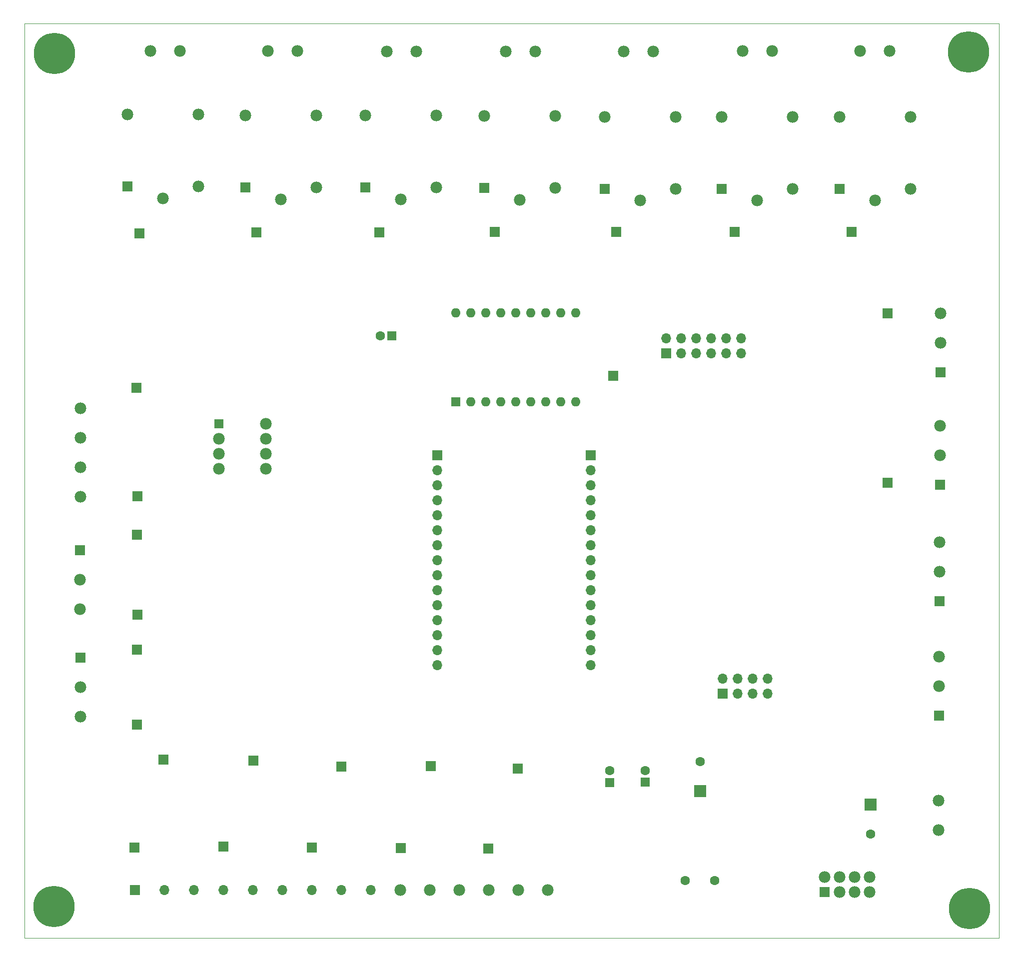
<source format=gbr>
%TF.GenerationSoftware,KiCad,Pcbnew,(6.0.7)*%
%TF.CreationDate,2022-10-24T15:17:36-03:00*%
%TF.ProjectId,PCB_Prototipo_Proyecto_Final,5043425f-5072-46f7-946f-7469706f5f50,rev?*%
%TF.SameCoordinates,PX7e4946aPYc6a19c0*%
%TF.FileFunction,Copper,L1,Top*%
%TF.FilePolarity,Positive*%
%FSLAX46Y46*%
G04 Gerber Fmt 4.6, Leading zero omitted, Abs format (unit mm)*
G04 Created by KiCad (PCBNEW (6.0.7)) date 2022-10-24 15:17:36*
%MOMM*%
%LPD*%
G01*
G04 APERTURE LIST*
%TA.AperFunction,Profile*%
%ADD10C,0.100000*%
%TD*%
%TA.AperFunction,ComponentPad*%
%ADD11R,1.700000X1.700000*%
%TD*%
%TA.AperFunction,ComponentPad*%
%ADD12C,1.980000*%
%TD*%
%TA.AperFunction,ComponentPad*%
%ADD13R,2.000000X2.000000*%
%TD*%
%TA.AperFunction,ComponentPad*%
%ADD14C,1.600000*%
%TD*%
%TA.AperFunction,ComponentPad*%
%ADD15C,7.000000*%
%TD*%
%TA.AperFunction,ComponentPad*%
%ADD16R,1.600000X1.600000*%
%TD*%
%TA.AperFunction,ComponentPad*%
%ADD17O,1.700000X1.700000*%
%TD*%
%TA.AperFunction,ComponentPad*%
%ADD18O,1.600000X1.600000*%
%TD*%
G04 APERTURE END LIST*
D10*
X0Y0D02*
X165100000Y0D01*
X165100000Y0D02*
X165100000Y154940000D01*
X165100000Y154940000D02*
X0Y154940000D01*
X0Y154940000D02*
X0Y0D01*
D11*
%TO.P,K5,A1*%
%TO.N,+5V*%
X118100000Y126900000D03*
D12*
%TO.P,K5,A2*%
%TO.N,Net-(D6-Pad2)*%
X130100000Y126900000D03*
%TO.P,K5,COM*%
%TO.N,Net-(J16-Pad2)*%
X124100000Y124900000D03*
%TO.P,K5,NC*%
%TO.N,unconnected-(K5-PadNC)*%
X118100000Y139100000D03*
%TO.P,K5,NO*%
%TO.N,Net-(J16-Pad1)*%
X130100000Y139100000D03*
%TD*%
D11*
%TO.P,J6,1,Pin_1*%
%TO.N,+3.3V*%
X154999286Y57010000D03*
D12*
%TO.P,J6,2,Pin_2*%
%TO.N,/Entradas/SensorTDS*%
X154999286Y62010000D03*
%TO.P,J6,3,Pin_3*%
%TO.N,GND*%
X154999286Y67010000D03*
%TD*%
D11*
%TO.P,J23,1,Pin_1*%
%TO.N,+3.3V*%
X68829286Y29130000D03*
%TD*%
D13*
%TO.P,C15,1*%
%TO.N,+5V*%
X114474286Y24854823D03*
D14*
%TO.P,C15,2*%
%TO.N,GND*%
X114474286Y29854823D03*
%TD*%
D12*
%TO.P,J16,1,Pin_1*%
%TO.N,Net-(J16-Pad1)*%
X126639286Y150270000D03*
%TO.P,J16,2,Pin_2*%
%TO.N,Net-(J16-Pad2)*%
X121639286Y150270000D03*
%TD*%
D15*
%TO.P,,1*%
%TO.N,N/C*%
X5080000Y149860000D03*
%TD*%
D11*
%TO.P,J33,1,Pin_1*%
%TO.N,GND*%
X120309286Y119634000D03*
%TD*%
%TO.P,J46,1,Pin_1*%
%TO.N,GND*%
X146200000Y105800000D03*
%TD*%
%TO.P,J40,1,Pin_1*%
%TO.N,GND*%
X18629286Y15330000D03*
%TD*%
D16*
%TO.P,C18,1*%
%TO.N,+3.3V*%
X99139286Y26289775D03*
D14*
%TO.P,C18,2*%
%TO.N,GND*%
X99139286Y28289775D03*
%TD*%
D15*
%TO.P,,1*%
%TO.N,N/C*%
X5000000Y5300000D03*
%TD*%
D16*
%TO.P,IC1,1,OFF_SET_N1*%
%TO.N,unconnected-(IC1-Pad1)*%
X32909286Y87070000D03*
D12*
%TO.P,IC1,2,IN-*%
%TO.N,Net-(IC1-Pad2)*%
X32909286Y84530000D03*
%TO.P,IC1,3,IN+*%
%TO.N,Net-(IC1-Pad3)*%
X32909286Y81990000D03*
%TO.P,IC1,4,VCC-*%
%TO.N,GND*%
X32909286Y79450000D03*
%TO.P,IC1,5,OFFSET_N2*%
%TO.N,unconnected-(IC1-Pad5)*%
X40849286Y79450000D03*
%TO.P,IC1,6,OUT*%
%TO.N,Net-(IC1-Pad2)*%
X40849286Y81990000D03*
%TO.P,IC1,7,VCC+*%
%TO.N,+5V*%
X40849286Y84530000D03*
%TO.P,IC1,8,NC*%
%TO.N,unconnected-(IC1-Pad8)*%
X40849286Y87070000D03*
%TD*%
D11*
%TO.P,K1,A1*%
%TO.N,+5V*%
X77900000Y127012500D03*
D12*
%TO.P,K1,A2*%
%TO.N,Net-(D2-Pad2)*%
X89900000Y127012500D03*
%TO.P,K1,COM*%
%TO.N,Net-(J12-Pad2)*%
X83900000Y125012500D03*
%TO.P,K1,NC*%
%TO.N,unconnected-(K1-PadNC)*%
X77900000Y139212500D03*
%TO.P,K1,NO*%
%TO.N,Net-(J12-Pad1)*%
X89900000Y139212500D03*
%TD*%
D11*
%TO.P,J32,1,Pin_1*%
%TO.N,GND*%
X60049286Y119530000D03*
%TD*%
D13*
%TO.P,C14,1*%
%TO.N,/Fuentes/VIN_24V*%
X143339286Y22567677D03*
D14*
%TO.P,C14,2*%
%TO.N,GND*%
X143339286Y17567677D03*
%TD*%
D11*
%TO.P,J34,1,Pin_1*%
%TO.N,GND*%
X99700000Y95200000D03*
%TD*%
%TO.P,K2,A1*%
%TO.N,+5V*%
X17400000Y127312500D03*
D12*
%TO.P,K2,A2*%
%TO.N,Net-(D3-Pad2)*%
X29400000Y127312500D03*
%TO.P,K2,COM*%
%TO.N,Net-(J13-Pad2)*%
X23400000Y125312500D03*
%TO.P,K2,NC*%
%TO.N,unconnected-(K2-PadNC)*%
X17400000Y139512500D03*
%TO.P,K2,NO*%
%TO.N,Net-(J13-Pad1)*%
X29400000Y139512500D03*
%TD*%
D11*
%TO.P,J29,1,Pin_1*%
%TO.N,+3.3V*%
X18979286Y48810000D03*
%TD*%
%TO.P,J19,1,Pin_1*%
%TO.N,+3.3V*%
X18963286Y93218000D03*
%TD*%
%TO.P,J10,1,Pin_1*%
%TO.N,GND*%
X18649286Y8120000D03*
D17*
%TO.P,J10,2,Pin_2*%
%TO.N,/Entradas/SensorNivel_5*%
X23649286Y8120000D03*
%TO.P,J10,3,Pin_3*%
%TO.N,+5V*%
X28649286Y8120000D03*
%TO.P,J10,4,Pin_4*%
%TO.N,GND*%
X33649286Y8120000D03*
%TO.P,J10,5,Pin_5*%
%TO.N,/Entradas/SensorNivel_4*%
X38649286Y8120000D03*
%TO.P,J10,6,Pin_6*%
%TO.N,+5V*%
X43649286Y8120000D03*
%TO.P,J10,7,Pin_7*%
%TO.N,GND*%
X48649286Y8120000D03*
%TO.P,J10,8,Pin_8*%
%TO.N,/Entradas/SensorNivel_3*%
X53649286Y8120000D03*
%TO.P,J10,9,Pin_9*%
%TO.N,+5V*%
X58649286Y8120000D03*
D12*
%TO.P,J10,10,Pin_10*%
%TO.N,GND*%
X63649286Y8120000D03*
%TO.P,J10,11,Pin_11*%
%TO.N,/Entradas/SensorNivel_2*%
X68649286Y8120000D03*
%TO.P,J10,12,Pin_12*%
%TO.N,+5V*%
X73649286Y8120000D03*
%TO.P,J10,13,Pin_13*%
%TO.N,GND*%
X78649286Y8120000D03*
%TO.P,J10,14,Pin_14*%
%TO.N,/Entradas/SensorNivel_1*%
X83649286Y8120000D03*
%TO.P,J10,15,Pin_15*%
%TO.N,+5V*%
X88649286Y8120000D03*
%TD*%
D11*
%TO.P,J5,1,Pin_1*%
%TO.N,+5V*%
X9489286Y47450000D03*
D12*
%TO.P,J5,2,Pin_2*%
%TO.N,/Entradas/SensorCO2*%
X9489286Y42450000D03*
%TO.P,J5,3,Pin_3*%
%TO.N,GND*%
X9489286Y37450000D03*
%TD*%
D11*
%TO.P,J35,1,Pin_1*%
%TO.N,GND*%
X100243286Y119634000D03*
%TD*%
%TO.P,J26,1,Pin_1*%
%TO.N,GND*%
X78529286Y15130000D03*
%TD*%
%TO.P,J21,1,Pin_1*%
%TO.N,GND*%
X108700000Y99000000D03*
D17*
%TO.P,J21,2,Pin_2*%
X108700000Y101540000D03*
%TO.P,J21,3,Pin_3*%
X111240000Y99000000D03*
%TO.P,J21,4,Pin_4*%
X111240000Y101540000D03*
%TO.P,J21,5,Pin_5*%
X113780000Y99000000D03*
%TO.P,J21,6,Pin_6*%
X113780000Y101540000D03*
%TO.P,J21,7,Pin_7*%
X116320000Y99000000D03*
%TO.P,J21,8,Pin_8*%
X116320000Y101540000D03*
%TO.P,J21,9,Pin_9*%
X118860000Y99000000D03*
%TO.P,J21,10,Pin_10*%
X118860000Y101540000D03*
%TO.P,J21,11,Pin_11*%
X121400000Y99000000D03*
%TO.P,J21,12,Pin_12*%
X121400000Y101540000D03*
%TD*%
D11*
%TO.P,K7,A1*%
%TO.N,+5V*%
X37400000Y127112500D03*
D12*
%TO.P,K7,A2*%
%TO.N,Net-(D8-Pad2)*%
X49400000Y127112500D03*
%TO.P,K7,COM*%
%TO.N,Net-(J18-Pad2)*%
X43400000Y125112500D03*
%TO.P,K7,NC*%
%TO.N,unconnected-(K7-PadNC)*%
X37400000Y139312500D03*
%TO.P,K7,NO*%
%TO.N,Net-(J18-Pad1)*%
X49400000Y139312500D03*
%TD*%
D11*
%TO.P,J20,1,Pin_1*%
%TO.N,+3.3V*%
X118277286Y41402000D03*
D17*
%TO.P,J20,2,Pin_2*%
X118277286Y43942000D03*
%TO.P,J20,3,Pin_3*%
X120817286Y41402000D03*
%TO.P,J20,4,Pin_4*%
X120817286Y43942000D03*
%TO.P,J20,5,Pin_5*%
X123357286Y41402000D03*
%TO.P,J20,6,Pin_6*%
X123357286Y43942000D03*
%TO.P,J20,7,Pin_7*%
X125897286Y41402000D03*
%TO.P,J20,8,Pin_8*%
X125897286Y43942000D03*
%TD*%
D11*
%TO.P,J8,1,Pin_1*%
%TO.N,+3.3V*%
X154869286Y37630000D03*
D12*
%TO.P,J8,2,Pin_2*%
%TO.N,/Entradas/SensorIlum*%
X154869286Y42630000D03*
%TO.P,J8,3,Pin_3*%
%TO.N,GND*%
X154869286Y47630000D03*
%TD*%
D11*
%TO.P,K6,A1*%
%TO.N,+5V*%
X98300000Y126912500D03*
D12*
%TO.P,K6,A2*%
%TO.N,Net-(D7-Pad2)*%
X110300000Y126912500D03*
%TO.P,K6,COM*%
%TO.N,Net-(J17-Pad2)*%
X104300000Y124912500D03*
%TO.P,K6,NC*%
%TO.N,unconnected-(K6-PadNC)*%
X98300000Y139112500D03*
%TO.P,K6,NO*%
%TO.N,Net-(J17-Pad1)*%
X110300000Y139112500D03*
%TD*%
D11*
%TO.P,J37,1,Pin_1*%
%TO.N,GND*%
X63729286Y15230000D03*
%TD*%
%TO.P,J24,1,Pin_1*%
%TO.N,GND*%
X19079286Y74780000D03*
%TD*%
D12*
%TO.P,J18,1,Pin_1*%
%TO.N,Net-(J18-Pad1)*%
X46219286Y150210000D03*
%TO.P,J18,2,Pin_2*%
%TO.N,Net-(J18-Pad2)*%
X41219286Y150210000D03*
%TD*%
D14*
%TO.P,L1,1,1*%
%TO.N,Net-(D1-Pad1)*%
X116874286Y9722500D03*
%TO.P,L1,2,2*%
%TO.N,+5V*%
X111874286Y9722500D03*
%TD*%
D15*
%TO.P,,1*%
%TO.N,N/C*%
X159933286Y150114000D03*
%TD*%
D16*
%TO.P,U3,1,SCL*%
%TO.N,/Microcontrolador/MCP23008_SCL*%
X73065286Y90850000D03*
D18*
%TO.P,U3,2,SDA*%
%TO.N,/Microcontrolador/MCP23008_SDA*%
X75605286Y90850000D03*
%TO.P,U3,3,A2*%
%TO.N,GND*%
X78145286Y90850000D03*
%TO.P,U3,4,A1*%
X80685286Y90850000D03*
%TO.P,U3,5,A0*%
X83225286Y90850000D03*
%TO.P,U3,6,~{RESET}*%
%TO.N,/Microcontrolador/MCP23008_RESET*%
X85765286Y90850000D03*
%TO.P,U3,7,NC*%
%TO.N,unconnected-(U3-Pad7)*%
X88305286Y90850000D03*
%TO.P,U3,8,INT*%
%TO.N,unconnected-(U3-Pad8)*%
X90845286Y90850000D03*
%TO.P,U3,9,VSS*%
%TO.N,GND*%
X93385286Y90850000D03*
%TO.P,U3,10,GP0*%
%TO.N,/Microcontrolador/Rele_1*%
X93385286Y105850000D03*
%TO.P,U3,11,GP1*%
%TO.N,/Microcontrolador/Rele_2*%
X90845286Y105850000D03*
%TO.P,U3,12,GP2*%
%TO.N,/Microcontrolador/Rele_3*%
X88305286Y105850000D03*
%TO.P,U3,13,GP3*%
%TO.N,/Microcontrolador/Rele_4*%
X85765286Y105850000D03*
%TO.P,U3,14,GP4*%
%TO.N,/Microcontrolador/Rele_5*%
X83225286Y105850000D03*
%TO.P,U3,15,GP5*%
%TO.N,/Microcontrolador/Rele_6*%
X80685286Y105850000D03*
%TO.P,U3,16,GP6*%
%TO.N,/Microcontrolador/Rele_7*%
X78145286Y105850000D03*
%TO.P,U3,17,GP7*%
%TO.N,/Microcontrolador/Trigger__pH*%
X75605286Y105850000D03*
%TO.P,U3,18,VDD*%
%TO.N,+3.3V*%
X73065286Y105850000D03*
%TD*%
D11*
%TO.P,K4,A1*%
%TO.N,+5V*%
X57700000Y127112500D03*
D12*
%TO.P,K4,A2*%
%TO.N,Net-(D5-Pad2)*%
X69700000Y127112500D03*
%TO.P,K4,COM*%
%TO.N,Net-(J15-Pad2)*%
X63700000Y125112500D03*
%TO.P,K4,NC*%
%TO.N,unconnected-(K4-PadNC)*%
X57700000Y139312500D03*
%TO.P,K4,NO*%
%TO.N,Net-(J15-Pad1)*%
X69700000Y139312500D03*
%TD*%
D11*
%TO.P,J45,1,Pin_1*%
%TO.N,+3.3V*%
X23535286Y30226000D03*
%TD*%
D16*
%TO.P,C19,1*%
%TO.N,+3.3V*%
X62239286Y102000000D03*
D14*
%TO.P,C19,2*%
%TO.N,GND*%
X60239286Y102000000D03*
%TD*%
D11*
%TO.P,J38,1,Pin_1*%
%TO.N,GND*%
X48629286Y15330000D03*
%TD*%
D12*
%TO.P,J4,1,Pin_1*%
%TO.N,+5V*%
X9429286Y89730000D03*
%TO.P,J4,2,Pin_2*%
%TO.N,/Entradas/Trigger_pH*%
X9429286Y84730000D03*
%TO.P,J4,3,Pin_3*%
%TO.N,/Entradas/SensorpH*%
X9429286Y79730000D03*
%TO.P,J4,4,Pin_4*%
%TO.N,GND*%
X9429286Y74730000D03*
%TD*%
D16*
%TO.P,C17,1*%
%TO.N,+5V*%
X105139286Y26344887D03*
D14*
%TO.P,C17,2*%
%TO.N,GND*%
X105139286Y28344887D03*
%TD*%
D11*
%TO.P,J22,1,Pin_1*%
%TO.N,+3.3V*%
X83529286Y28630000D03*
%TD*%
D12*
%TO.P,J13,1,Pin_1*%
%TO.N,Net-(J13-Pad1)*%
X26299286Y150260000D03*
%TO.P,J13,2,Pin_2*%
%TO.N,Net-(J13-Pad2)*%
X21299286Y150260000D03*
%TD*%
D11*
%TO.P,J7,1,Pin_1*%
%TO.N,+3.3V*%
X155159286Y95820000D03*
D12*
%TO.P,J7,2,Pin_2*%
%TO.N,/Entradas/SensorTempSumerg*%
X155159286Y100820000D03*
%TO.P,J7,3,Pin_3*%
%TO.N,GND*%
X155159286Y105820000D03*
%TD*%
D11*
%TO.P,J30,1,Pin_1*%
%TO.N,GND*%
X79669286Y119634000D03*
%TD*%
%TO.P,J11,1,Pin_1*%
%TO.N,+5V*%
X9399286Y65670000D03*
D12*
%TO.P,J11,2,Pin_2*%
%TO.N,/Entradas/SensorFlujo*%
X9399286Y60670000D03*
%TO.P,J11,3,Pin_3*%
%TO.N,GND*%
X9399286Y55670000D03*
%TD*%
%TO.P,J1,1,Pin_1*%
%TO.N,/Fuentes/VIN_24V*%
X154829286Y23240000D03*
%TO.P,J1,2,Pin_2*%
%TO.N,GND*%
X154829286Y18240000D03*
%TD*%
%TO.P,J14,1,Pin_1*%
%TO.N,Net-(J14-Pad1)*%
X146559286Y150210000D03*
%TO.P,J14,2,Pin_2*%
%TO.N,Net-(J14-Pad2)*%
X141559286Y150210000D03*
%TD*%
D11*
%TO.P,J9,1,Pin_1*%
%TO.N,GND*%
X155069286Y76770000D03*
D12*
%TO.P,J9,2,Pin_2*%
%TO.N,/Entradas/SensorTempHum*%
X155069286Y81770000D03*
%TO.P,J9,3,Pin_3*%
%TO.N,+3.3V*%
X155069286Y86770000D03*
%TD*%
D11*
%TO.P,J3,1,Pin_1*%
%TO.N,/Microcontrolador/MCP23008_RESET*%
X95899286Y81770000D03*
D17*
%TO.P,J3,2,Pin_2*%
%TO.N,/Microcontrolador/MCP23008_SCL*%
X95899286Y79230000D03*
%TO.P,J3,3,Pin_3*%
%TO.N,unconnected-(J3-Pad3)*%
X95899286Y76690000D03*
%TO.P,J3,4,Pin_4*%
%TO.N,unconnected-(J3-Pad4)*%
X95899286Y74150000D03*
%TO.P,J3,5,Pin_5*%
%TO.N,/Microcontrolador/MCP23008_SDA*%
X95899286Y71610000D03*
%TO.P,J3,6,Pin_6*%
%TO.N,unconnected-(J3-Pad6)*%
X95899286Y69070000D03*
%TO.P,J3,7,Pin_7*%
%TO.N,/Entradas/Data_SensorTempSumerg*%
X95899286Y66530000D03*
%TO.P,J3,8,Pin_8*%
%TO.N,unconnected-(J3-Pad8)*%
X95899286Y63990000D03*
%TO.P,J3,9,Pin_9*%
%TO.N,unconnected-(J3-Pad9)*%
X95899286Y61450000D03*
%TO.P,J3,10,Pin_10*%
%TO.N,unconnected-(J3-Pad10)*%
X95899286Y58910000D03*
%TO.P,J3,11,Pin_11*%
%TO.N,/Entradas/Data_SensorTempHum*%
X95899286Y56370000D03*
%TO.P,J3,12,Pin_12*%
%TO.N,/Entradas/TDS_Analog*%
X95899286Y53830000D03*
%TO.P,J3,13,Pin_13*%
%TO.N,/Entradas/Ilum_Analog*%
X95899286Y51290000D03*
%TO.P,J3,14,Pin_14*%
%TO.N,GND*%
X95899286Y48750000D03*
%TO.P,J3,15,Pin_15*%
%TO.N,+3.3V*%
X95899286Y46210000D03*
%TD*%
D11*
%TO.P,J2,1,Pin_1*%
%TO.N,unconnected-(J2-Pad1)*%
X69900000Y81775000D03*
D17*
%TO.P,J2,2,Pin_2*%
%TO.N,/Entradas/pH_Analog*%
X69900000Y79235000D03*
%TO.P,J2,3,Pin_3*%
%TO.N,unconnected-(J2-Pad3)*%
X69900000Y76695000D03*
%TO.P,J2,4,Pin_4*%
%TO.N,unconnected-(J2-Pad4)*%
X69900000Y74155000D03*
%TO.P,J2,5,Pin_5*%
%TO.N,unconnected-(J2-Pad5)*%
X69900000Y71615000D03*
%TO.P,J2,6,Pin_6*%
%TO.N,/Microcontrolador/SensorFlujo*%
X69900000Y69075000D03*
%TO.P,J2,7,Pin_7*%
%TO.N,/Microcontrolador/SensorCO2*%
X69900000Y66535000D03*
%TO.P,J2,8,Pin_8*%
%TO.N,/Microcontrolador/SensorNivel_5*%
X69900000Y63995000D03*
%TO.P,J2,9,Pin_9*%
%TO.N,/Microcontrolador/SensorNivel_4*%
X69900000Y61455000D03*
%TO.P,J2,10,Pin_10*%
%TO.N,/Microcontrolador/SensorNivel_3*%
X69900000Y58915000D03*
%TO.P,J2,11,Pin_11*%
%TO.N,/Microcontrolador/SensorNivel_2*%
X69900000Y56375000D03*
%TO.P,J2,12,Pin_12*%
%TO.N,/Microcontrolador/SensorNivel_1*%
X69900000Y53835000D03*
%TO.P,J2,13,Pin_13*%
%TO.N,unconnected-(J2-Pad13)*%
X69900000Y51295000D03*
%TO.P,J2,14,Pin_14*%
%TO.N,GND*%
X69900000Y48755000D03*
%TO.P,J2,15,Pin_15*%
%TO.N,unconnected-(J2-Pad15)*%
X69900000Y46215000D03*
%TD*%
D11*
%TO.P,J41,1,Pin_1*%
%TO.N,GND*%
X19059286Y36090000D03*
%TD*%
%TO.P,J42,1,Pin_1*%
%TO.N,GND*%
X19069286Y54750000D03*
%TD*%
%TO.P,J28,1,Pin_1*%
%TO.N,+3.3V*%
X18999286Y68300000D03*
%TD*%
%TO.P,J39,1,Pin_1*%
%TO.N,GND*%
X33629286Y15430000D03*
%TD*%
%TO.P,J36,1,Pin_1*%
%TO.N,GND*%
X39249286Y119480000D03*
%TD*%
D12*
%TO.P,J15,1,Pin_1*%
%TO.N,Net-(J15-Pad1)*%
X66329286Y150150000D03*
%TO.P,J15,2,Pin_2*%
%TO.N,Net-(J15-Pad2)*%
X61329286Y150150000D03*
%TD*%
%TO.P,J12,1,Pin_1*%
%TO.N,Net-(J12-Pad1)*%
X86489286Y150150000D03*
%TO.P,J12,2,Pin_2*%
%TO.N,Net-(J12-Pad2)*%
X81489286Y150150000D03*
%TD*%
D11*
%TO.P,J47,1,Pin_1*%
%TO.N,GND*%
X146200000Y77100000D03*
%TD*%
%TO.P,J25,1,Pin_1*%
%TO.N,+3.3V*%
X38729286Y30030000D03*
%TD*%
%TO.P,K3,A1*%
%TO.N,+5V*%
X138100000Y126900000D03*
D12*
%TO.P,K3,A2*%
%TO.N,Net-(D4-Pad2)*%
X150100000Y126900000D03*
%TO.P,K3,COM*%
%TO.N,Net-(J14-Pad2)*%
X144100000Y124900000D03*
%TO.P,K3,NC*%
%TO.N,unconnected-(K3-PadNC)*%
X138100000Y139100000D03*
%TO.P,K3,NO*%
%TO.N,Net-(J14-Pad1)*%
X150100000Y139100000D03*
%TD*%
D11*
%TO.P,J43,1,Pin_1*%
%TO.N,GND*%
X135519286Y7765000D03*
D12*
%TO.P,J43,2,Pin_2*%
X135519286Y10305000D03*
%TO.P,J43,3,Pin_3*%
X138059286Y7765000D03*
%TO.P,J43,4,Pin_4*%
X138059286Y10305000D03*
%TO.P,J43,5,Pin_5*%
X140599286Y7765000D03*
%TO.P,J43,6,Pin_6*%
X140599286Y10305000D03*
%TO.P,J43,7,Pin_7*%
X143139286Y7765000D03*
%TO.P,J43,8,Pin_8*%
X143139286Y10305000D03*
%TD*%
%TO.P,J17,1,Pin_1*%
%TO.N,Net-(J17-Pad1)*%
X106469286Y150150000D03*
%TO.P,J17,2,Pin_2*%
%TO.N,Net-(J17-Pad2)*%
X101469286Y150150000D03*
%TD*%
D11*
%TO.P,J31,1,Pin_1*%
%TO.N,GND*%
X140121286Y119634000D03*
%TD*%
%TO.P,J27,1,Pin_1*%
%TO.N,+3.3V*%
X53629286Y29030000D03*
%TD*%
%TO.P,J44,1,Pin_1*%
%TO.N,GND*%
X19471286Y119380000D03*
%TD*%
D15*
%TO.P,,1*%
%TO.N,N/C*%
X160100000Y5000000D03*
%TD*%
M02*

</source>
